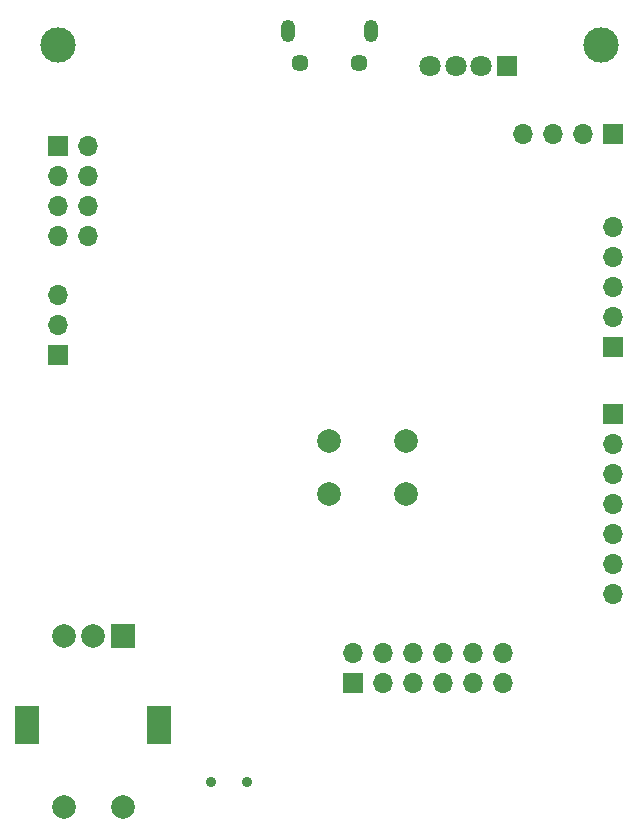
<source format=gbr>
%TF.GenerationSoftware,KiCad,Pcbnew,(5.1.10)-1*%
%TF.CreationDate,2021-11-12T17:46:38-08:00*%
%TF.ProjectId,mouse_proj,6d6f7573-655f-4707-926f-6a2e6b696361,rev?*%
%TF.SameCoordinates,Original*%
%TF.FileFunction,Soldermask,Bot*%
%TF.FilePolarity,Negative*%
%FSLAX46Y46*%
G04 Gerber Fmt 4.6, Leading zero omitted, Abs format (unit mm)*
G04 Created by KiCad (PCBNEW (5.1.10)-1) date 2021-11-12 17:46:38*
%MOMM*%
%LPD*%
G01*
G04 APERTURE LIST*
%ADD10C,2.000000*%
%ADD11R,1.800000X1.800000*%
%ADD12C,1.800000*%
%ADD13C,1.450000*%
%ADD14O,1.200000X1.900000*%
%ADD15R,1.700000X1.700000*%
%ADD16O,1.700000X1.700000*%
%ADD17C,0.900000*%
%ADD18R,2.000000X3.200000*%
%ADD19R,2.000000X2.000000*%
%ADD20C,3.000000*%
G04 APERTURE END LIST*
D10*
%TO.C,SW2*%
X223500000Y-87500000D03*
X223500000Y-92000000D03*
X217000000Y-87500000D03*
X217000000Y-92000000D03*
%TD*%
D11*
%TO.C,D2*%
X232000000Y-55750000D03*
D12*
X229841000Y-55750000D03*
X227682000Y-55750000D03*
X225523000Y-55750000D03*
%TD*%
D13*
%TO.C,J1*%
X219500000Y-55462500D03*
X214500000Y-55462500D03*
D14*
X220500000Y-52762500D03*
X213500000Y-52762500D03*
%TD*%
D15*
%TO.C,J2*%
X241000000Y-85250000D03*
D16*
X241000000Y-87790000D03*
X241000000Y-90330000D03*
X241000000Y-92870000D03*
X241000000Y-95410000D03*
X241000000Y-97950000D03*
X241000000Y-100490000D03*
%TD*%
D15*
%TO.C,J4*%
X194000000Y-80250000D03*
D16*
X194000000Y-77710000D03*
X194000000Y-75170000D03*
%TD*%
D15*
%TO.C,J5*%
X194000000Y-62500000D03*
D16*
X196540000Y-62500000D03*
X194000000Y-65040000D03*
X196540000Y-65040000D03*
X194000000Y-67580000D03*
X196540000Y-67580000D03*
X194000000Y-70120000D03*
X196540000Y-70120000D03*
%TD*%
D17*
%TO.C,SW1*%
X207000000Y-116330000D03*
X210000000Y-116330000D03*
%TD*%
D10*
%TO.C,SW3*%
X194500000Y-118500000D03*
X199500000Y-118500000D03*
D18*
X191400000Y-111500000D03*
X202600000Y-111500000D03*
D10*
X194500000Y-104000000D03*
X197000000Y-104000000D03*
D19*
X199500000Y-104000000D03*
%TD*%
D20*
%TO.C,TP1*%
X194000000Y-54000000D03*
%TD*%
%TO.C,TP2*%
X240000000Y-54000000D03*
%TD*%
D15*
%TO.C,J3*%
X219000000Y-108000000D03*
D16*
X219000000Y-105460000D03*
X221540000Y-108000000D03*
X221540000Y-105460000D03*
X224080000Y-108000000D03*
X224080000Y-105460000D03*
X226620000Y-108000000D03*
X226620000Y-105460000D03*
X229160000Y-108000000D03*
X229160000Y-105460000D03*
X231700000Y-108000000D03*
X231700000Y-105460000D03*
%TD*%
D15*
%TO.C,J6*%
X241040000Y-61500000D03*
D16*
X238500000Y-61500000D03*
X235960000Y-61500000D03*
X233420000Y-61500000D03*
%TD*%
D15*
%TO.C,J7*%
X241000000Y-79500000D03*
D16*
X241000000Y-76960000D03*
X241000000Y-74420000D03*
X241000000Y-71880000D03*
X241000000Y-69340000D03*
%TD*%
M02*

</source>
